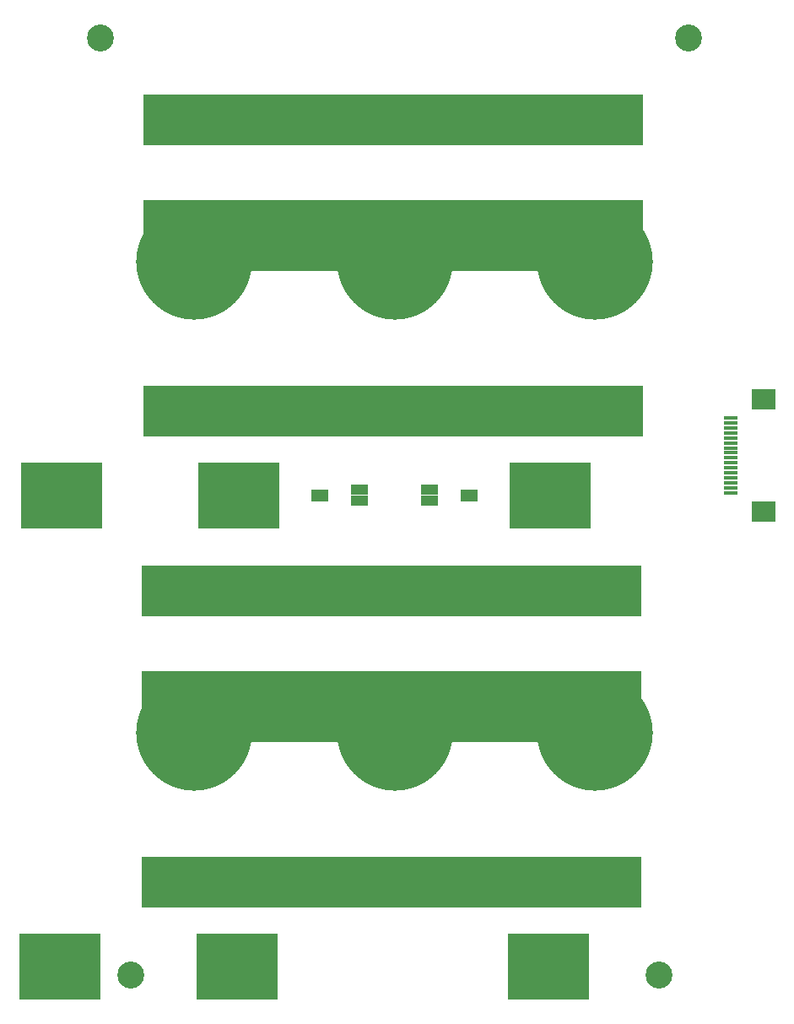
<source format=gts>
G04*
G04 #@! TF.GenerationSoftware,Altium Limited,Altium Designer,18.1.9 (240)*
G04*
G04 Layer_Color=8388736*
%FSLAX25Y25*%
%MOIN*%
G70*
G01*
G75*
%ADD20R,0.05512X0.01575*%
%ADD21R,0.09461X0.07887*%
%ADD22R,0.07099X0.03950*%
%ADD23R,0.07099X0.04737*%
%ADD24R,0.32296X0.26391*%
%ADD25R,1.97650X0.20485*%
%ADD26R,1.97650X0.28359*%
%ADD27C,0.10642*%
%ADD28C,0.45800*%
D20*
X296205Y230008D02*
D03*
Y228039D02*
D03*
Y226071D02*
D03*
Y224102D02*
D03*
Y200480D02*
D03*
Y202449D02*
D03*
Y204417D02*
D03*
Y206386D02*
D03*
Y208354D02*
D03*
Y210323D02*
D03*
Y212291D02*
D03*
Y214260D02*
D03*
Y216228D02*
D03*
Y218197D02*
D03*
Y220165D02*
D03*
Y222134D02*
D03*
D21*
X309000Y237488D02*
D03*
Y193000D02*
D03*
D22*
X149421Y201716D02*
D03*
Y197386D02*
D03*
X176976D02*
D03*
Y201716D02*
D03*
D23*
X133673Y199551D02*
D03*
X192724D02*
D03*
D24*
X224685Y199551D02*
D03*
X101949D02*
D03*
X31772D02*
D03*
X31094Y13551D02*
D03*
X101272D02*
D03*
X224008D02*
D03*
D25*
X162667Y232783D02*
D03*
Y347583D02*
D03*
X161990Y161583D02*
D03*
Y46783D02*
D03*
D26*
X162770Y302083D02*
D03*
X162092Y116083D02*
D03*
D27*
X267717Y10043D02*
D03*
X59055Y10043D02*
D03*
X279527Y380122D02*
D03*
X47244D02*
D03*
D28*
X242535Y105663D02*
D03*
X163323D02*
D03*
X84114D02*
D03*
X242533Y291663D02*
D03*
X163323D02*
D03*
X84112D02*
D03*
M02*

</source>
